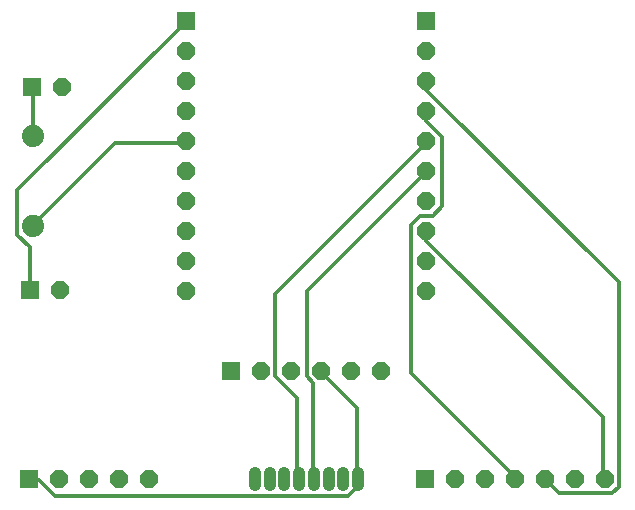
<source format=gbr>
G04 EAGLE Gerber RS-274X export*
G75*
%MOMM*%
%FSLAX34Y34*%
%LPD*%
%INBottom Copper*%
%IPPOS*%
%AMOC8*
5,1,8,0,0,1.08239X$1,22.5*%
G01*
%ADD10R,1.524000X1.524000*%
%ADD11P,1.649562X8X112.500000*%
%ADD12P,1.649562X8X22.500000*%
%ADD13C,1.016000*%
%ADD14C,1.879600*%
%ADD15C,0.304800*%


D10*
X43434Y265176D03*
D11*
X68834Y265176D03*
D10*
X175280Y492819D03*
D12*
X175280Y467419D03*
X175280Y442019D03*
X175280Y416619D03*
X175280Y391219D03*
X175280Y365819D03*
X175280Y340419D03*
X175280Y315019D03*
X175280Y289619D03*
X175280Y264219D03*
D10*
X378714Y492819D03*
D12*
X378714Y467419D03*
X378714Y442019D03*
X378714Y416619D03*
X378714Y391219D03*
X378714Y365819D03*
X378714Y340419D03*
X378714Y315019D03*
X378714Y289619D03*
X378714Y264219D03*
D10*
X213429Y196285D03*
D11*
X238829Y196285D03*
X264229Y196285D03*
X289629Y196285D03*
X315029Y196285D03*
X340429Y196285D03*
D10*
X44450Y436626D03*
D11*
X69850Y436626D03*
D13*
X233364Y109982D02*
X233364Y99822D01*
X245864Y99822D02*
X245864Y109982D01*
X258364Y109982D02*
X258364Y99822D01*
X270864Y99822D02*
X270864Y109982D01*
X283364Y109982D02*
X283364Y99822D01*
X295864Y99822D02*
X295864Y109982D01*
X308364Y109982D02*
X308364Y99822D01*
X320864Y99822D02*
X320864Y109982D01*
D14*
X45212Y395732D03*
X45212Y319532D03*
D10*
X377331Y105300D03*
D11*
X402731Y105300D03*
X428131Y105300D03*
X453531Y105300D03*
X478931Y105300D03*
X504331Y105300D03*
X529731Y105300D03*
D10*
X42379Y105300D03*
D11*
X67779Y105300D03*
X93179Y105300D03*
X118579Y105300D03*
X143979Y105300D03*
D15*
X320040Y106680D02*
X320040Y165354D01*
X290703Y194691D01*
X320040Y106680D02*
X320864Y104902D01*
X290703Y194691D02*
X289629Y196285D01*
X50673Y104013D02*
X42672Y104013D01*
X50673Y104013D02*
X64008Y90678D01*
X312039Y90678D01*
X320040Y98679D01*
X320040Y104013D01*
X42672Y104013D02*
X42379Y105300D01*
X320040Y104013D02*
X320864Y104902D01*
X378714Y306705D02*
X378714Y315019D01*
X378714Y306705D02*
X528066Y157353D01*
X528066Y106680D01*
X529731Y105300D01*
X378714Y434721D02*
X378714Y442019D01*
X378714Y434721D02*
X541401Y272034D01*
X541401Y98679D01*
X536067Y93345D01*
X490728Y93345D01*
X480060Y104013D01*
X478931Y105300D01*
X378714Y408051D02*
X378714Y416619D01*
X378714Y408051D02*
X392049Y394716D01*
X392049Y336042D01*
X384048Y328041D01*
X373380Y328041D01*
X365379Y320040D01*
X365379Y194691D01*
X453390Y106680D01*
X453531Y105300D01*
X173355Y389382D02*
X114681Y389382D01*
X45339Y320040D01*
X173355Y389382D02*
X175280Y391219D01*
X45339Y320040D02*
X45212Y319532D01*
X45339Y397383D02*
X45339Y434721D01*
X44450Y436626D01*
X45339Y397383D02*
X45212Y395732D01*
X282702Y186690D02*
X282702Y106680D01*
X282702Y186690D02*
X277368Y192024D01*
X277368Y264033D01*
X378714Y365379D01*
X282702Y106680D02*
X283364Y104902D01*
X378714Y365379D02*
X378714Y365819D01*
X269367Y173355D02*
X269367Y106680D01*
X269367Y173355D02*
X250698Y192024D01*
X250698Y261366D01*
X378714Y389382D01*
X269367Y106680D02*
X270864Y104902D01*
X378714Y389382D02*
X378714Y391219D01*
X42672Y301371D02*
X42672Y266700D01*
X42672Y301371D02*
X32004Y312039D01*
X32004Y349377D01*
X173355Y490728D01*
X42672Y266700D02*
X43434Y265176D01*
X173355Y490728D02*
X175280Y492819D01*
M02*

</source>
